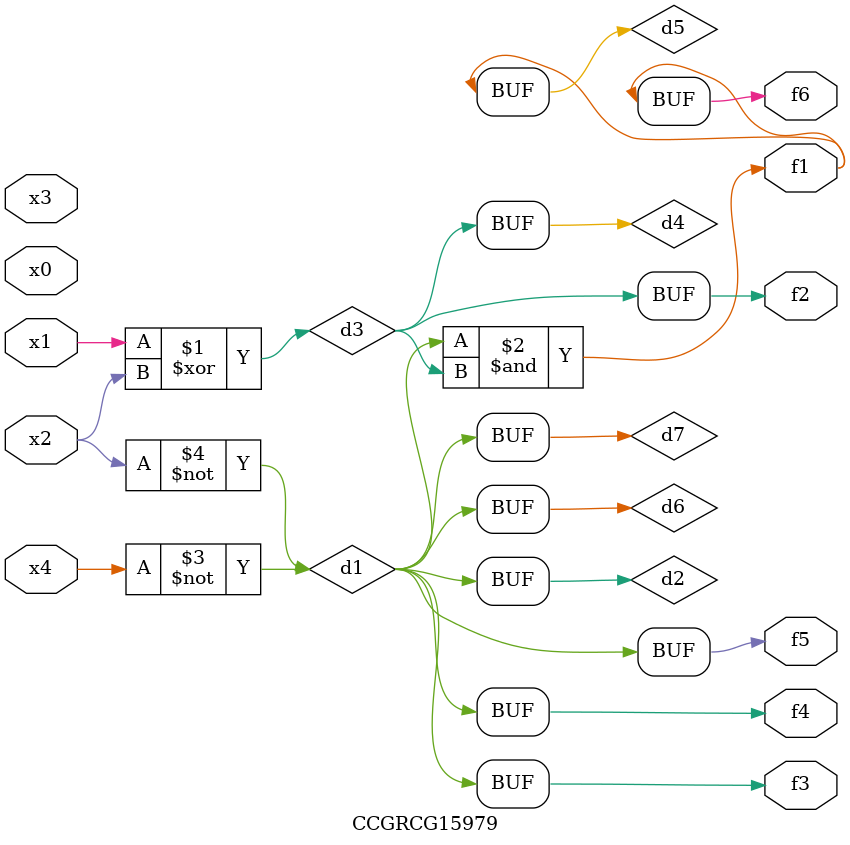
<source format=v>
module CCGRCG15979(
	input x0, x1, x2, x3, x4,
	output f1, f2, f3, f4, f5, f6
);

	wire d1, d2, d3, d4, d5, d6, d7;

	not (d1, x4);
	not (d2, x2);
	xor (d3, x1, x2);
	buf (d4, d3);
	and (d5, d1, d3);
	buf (d6, d1, d2);
	buf (d7, d2);
	assign f1 = d5;
	assign f2 = d4;
	assign f3 = d7;
	assign f4 = d7;
	assign f5 = d7;
	assign f6 = d5;
endmodule

</source>
